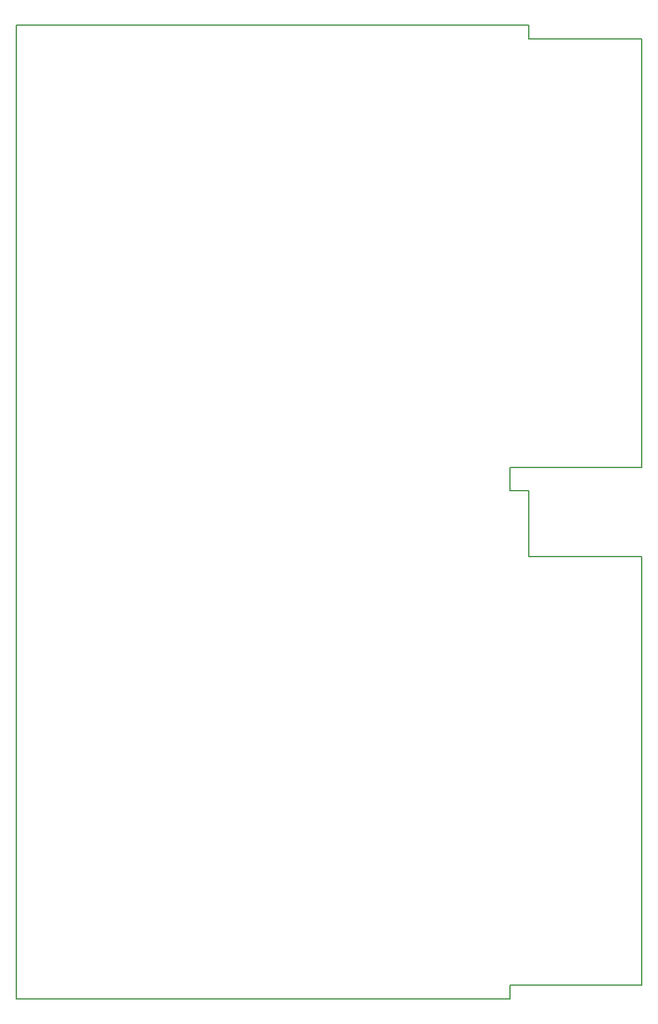
<source format=gbr>
G04 DipTrace 2.3.1.0*
%INBoardOutline.gbr*%
%MOMM*%
%ADD11C,0.14*%
%FSLAX53Y53*%
G04*
G71*
G90*
G75*
G01*
%LNBoardOutline*%
%LPD*%
X94463Y139548D2*
D11*
Y81763D1*
X76683D1*
Y78588D1*
X79223D1*
Y69698D1*
X94463D1*
Y11913D1*
X76683D1*
Y10008D1*
X10008D1*
Y141453D1*
X79223D1*
Y139548D1*
X94463D1*
M02*

</source>
